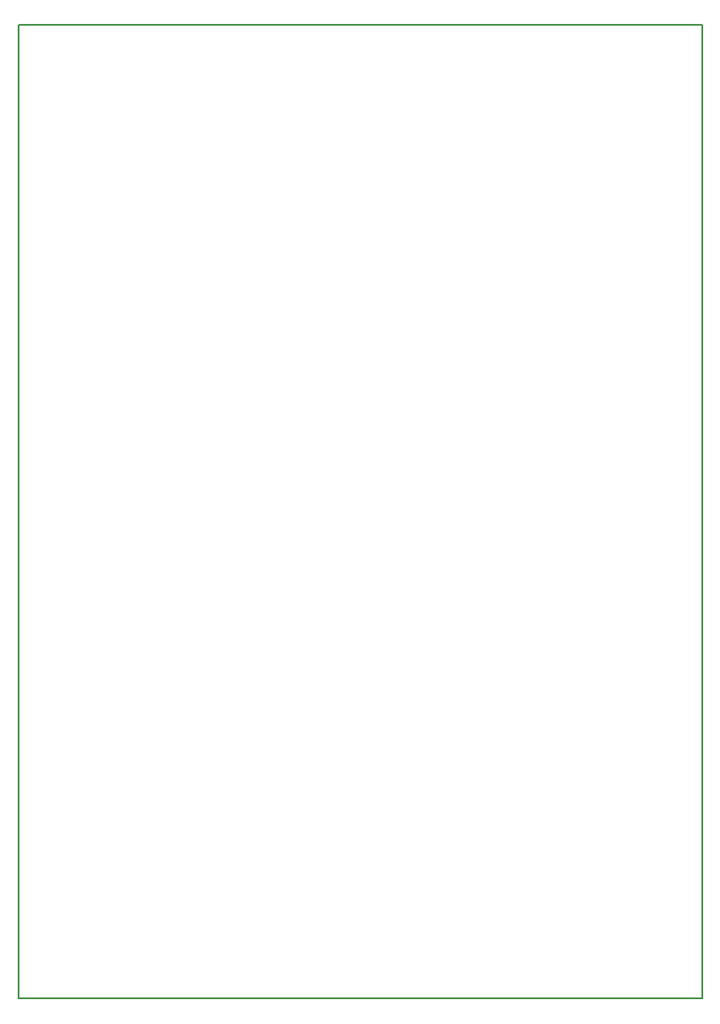
<source format=gm1>
G04 MADE WITH FRITZING*
G04 WWW.FRITZING.ORG*
G04 DOUBLE SIDED*
G04 HOLES PLATED*
G04 CONTOUR ON CENTER OF CONTOUR VECTOR*
%ASAXBY*%
%FSLAX23Y23*%
%MOIN*%
%OFA0B0*%
%SFA1.0B1.0*%
%ADD10R,2.581990X3.667980*%
%ADD11C,0.008000*%
%ADD10C,0.008*%
%LNCONTOUR*%
G90*
G70*
G54D10*
G54D11*
X4Y3664D02*
X2578Y3664D01*
X2578Y4D01*
X4Y4D01*
X4Y3664D01*
D02*
G04 End of contour*
M02*
</source>
